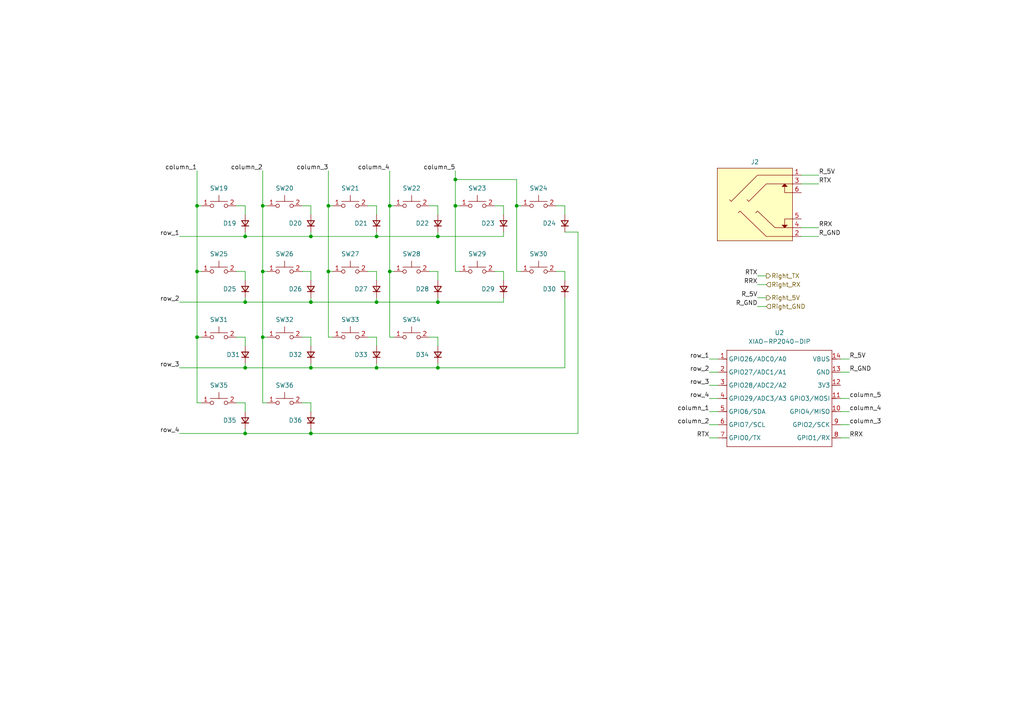
<source format=kicad_sch>
(kicad_sch (version 20250114) (generator "eeschema") (generator_version "9.0")
  (paper "A4")
  (lib_symbols
    (symbol "Seeed_Studio_XIAO_Series:XIAO-RP2040-DIP"
      (property "Reference" "U" (at 0 0 0))
      (property "Value" "XIAO-RP2040-DIP" (at 5.334 -1.778 0))
      (symbol "XIAO-RP2040-DIP_1_0"
        (polyline (pts (xy -1.27 -2.54) (xy 29.21 -2.54)) (stroke (width 0.1524)))
        (polyline (pts (xy -1.27 -5.08) (xy -2.54 -5.08)) (stroke (width 0.1524)))
        (polyline (pts (xy -1.27 -5.08) (xy -1.27 -2.54)) (stroke (width 0.1524)))
        (polyline (pts (xy -1.27 -8.89) (xy -2.54 -8.89)) (stroke (width 0.1524)))
        (polyline (pts (xy -1.27 -8.89) (xy -1.27 -5.08)) (stroke (width 0.1524)))
        (polyline (pts (xy -1.27 -12.7) (xy -2.54 -12.7)) (stroke (width 0.1524)))
        (polyline (pts (xy -1.27 -12.7) (xy -1.27 -8.89)) (stroke (width 0.1524)))
        (polyline (pts (xy -1.27 -16.51) (xy -2.54 -16.51)) (stroke (width 0.1524)))
        (polyline (pts (xy -1.27 -16.51) (xy -1.27 -12.7)) (stroke (width 0.1524)))
        (polyline (pts (xy -1.27 -20.32) (xy -2.54 -20.32)) (stroke (width 0.1524)))
        (polyline (pts (xy -1.27 -24.13) (xy -2.54 -24.13)) (stroke (width 0.1524)))
        (polyline (pts (xy -1.27 -27.94) (xy -2.54 -27.94)) (stroke (width 0.1524)))
        (polyline (pts (xy -1.27 -30.48) (xy -1.27 -16.51)) (stroke (width 0.1524)))
        (polyline (pts (xy 29.21 -2.54) (xy 29.21 -5.08)) (stroke (width 0.1524)))
        (polyline (pts (xy 29.21 -5.08) (xy 29.21 -8.89)) (stroke (width 0.1524)))
        (polyline (pts (xy 29.21 -8.89) (xy 29.21 -12.7)) (stroke (width 0.1524)))
        (polyline (pts (xy 29.21 -12.7) (xy 29.21 -30.48)) (stroke (width 0.1524)))
        (polyline (pts (xy 29.21 -30.48) (xy -1.27 -30.48)) (stroke (width 0.1524)))
        (polyline (pts (xy 30.48 -5.08) (xy 29.21 -5.08)) (stroke (width 0.1524)))
        (polyline (pts (xy 30.48 -8.89) (xy 29.21 -8.89)) (stroke (width 0.1524)))
        (polyline (pts (xy 30.48 -12.7) (xy 29.21 -12.7)) (stroke (width 0.1524)))
        (polyline (pts (xy 30.48 -16.51) (xy 29.21 -16.51)) (stroke (width 0.1524)))
        (polyline (pts (xy 30.48 -20.32) (xy 29.21 -20.32)) (stroke (width 0.1524)))
        (polyline (pts (xy 30.48 -24.13) (xy 29.21 -24.13)) (stroke (width 0.1524)))
        (polyline (pts (xy 30.48 -27.94) (xy 29.21 -27.94)) (stroke (width 0.1524)))
        (pin passive line (at -3.81 -5.08 0) (length 2.54) (name "GPIO26/ADC0/A0") (number "1"))
        (pin passive line (at -3.81 -8.89 0) (length 2.54) (name "GPIO27/ADC1/A1") (number "2"))
        (pin passive line (at -3.81 -12.7 0) (length 2.54) (name "GPIO28/ADC2/A2") (number "3"))
        (pin passive line (at -3.81 -16.51 0) (length 2.54) (name "GPIO29/ADC3/A3") (number "4"))
        (pin passive line (at -3.81 -20.32 0) (length 2.54) (name "GPIO6/SDA") (number "5"))
        (pin passive line (at -3.81 -24.13 0) (length 2.54) (name "GPIO7/SCL") (number "6"))
        (pin passive line (at -3.81 -27.94 0) (length 2.54) (name "GPIO0/TX") (number "7"))
        (pin passive line (at 31.75 -5.08 180) (length 2.54) (name "VBUS") (number "14"))
        (pin passive line (at 31.75 -8.89 180) (length 2.54) (name "GND") (number "13"))
        (pin passive line (at 31.75 -12.7 180) (length 2.54) (name "3V3") (number "12"))
        (pin passive line (at 31.75 -16.51 180) (length 2.54) (name "GPIO3/MOSI") (number "11"))
        (pin passive line (at 31.75 -20.32 180) (length 2.54) (name "GPIO4/MISO") (number "10"))
        (pin passive line (at 31.75 -24.13 180) (length 2.54) (name "GPIO2/SCK") (number "9"))
        (pin passive line (at 31.75 -27.94 180) (length 2.54) (name "GPIO1/RX") (number "8"))
      )
    )
    (symbol "benri-projects:CONNECTOR_TENSILITY_54-00176"
      (property "Reference" "J" (at 0 29.718 0))
      (symbol "CONNECTOR_TENSILITY_54-00176_0_1"
        (polyline (pts (xy -2.286 7.62) (xy -1.524 6.858) (xy -3.048 6.858) (xy -2.286 7.62)) (fill (type outline)))
        (polyline (pts (xy -2.286 -5.08) (xy -3.048 -4.318) (xy -1.524 -4.318) (xy -2.286 -5.08)) (fill (type outline)))
        (polyline (pts (xy 0 10.16) (xy -10.16 10.16) (xy -17.78 2.54) (xy -18.288 3.048)))
        (polyline (pts (xy 0 7.62) (xy -7.62 7.62) (xy -12.7 2.54) (xy -13.208 3.048)))
        (polyline (pts (xy 0 5.08) (xy -2.286 5.08) (xy -2.286 7.62)))
        (polyline (pts (xy 0 -2.54) (xy -2.286 -2.54) (xy -2.286 -5.08)))
        (polyline (pts (xy 0 -5.08) (xy -5.08 -5.08) (xy -10.16 -0.254) (xy -10.668 -0.762)))
        (polyline (pts (xy 0 -7.62) (xy -7.62 -7.62) (xy -15.24 -0.254) (xy -15.748 -0.762)))
      )
      (symbol "CONNECTOR_TENSILITY_54-00176_1_1"
        (rectangle (start -21.844 12.192) (end 0 -8.89) (fill (type background)))
        (pin passive line (at 2.54 10.16 180) (length 2.54) (name "") (number "1"))
        (pin passive line (at 2.54 7.62 180) (length 2.54) (name "") (number "3"))
        (pin passive line (at 2.54 5.08 180) (length 2.54) (name "") (number "6"))
        (pin passive line (at 2.54 -2.54 180) (length 2.54) (name "") (number "5"))
        (pin passive line (at 2.54 -5.08 180) (length 2.54) (name "") (number "4"))
        (pin passive line (at 2.54 -7.62 180) (length 2.54) (name "") (number "2"))
      )
    )
    (symbol "benri-projects:GENERIC_DIODE" (pin_numbers (hide yes)) (pin_names (offset 1.016) (hide yes))
      (property "Reference" "D" (at 0 2.54 0))
      (symbol "GENERIC_DIODE_0_1"
        (polyline (pts (xy -0.762 0) (xy 0.762 0)))
        (polyline (pts (xy -0.762 -1.016) (xy -0.762 1.016)) (stroke (width 0.254)))
        (polyline (pts (xy 0.762 -1.016) (xy -0.762 0) (xy 0.762 1.016) (xy 0.762 -1.016)) (stroke (width 0.254)))
      )
      (symbol "GENERIC_DIODE_1_1"
        (pin passive line (at -2.54 0 0) (length 1.778) (name "K") (number "1"))
        (pin passive line (at 2.54 0 180) (length 1.778) (name "A") (number "2"))
      )
    )
    (symbol "benri-projects:GENERIC_ELECTROMECHANICAL_PUSHBUTTON" (pin_names (offset 1.016) (hide yes))
      (property "Reference" "SW" (at 0 -2.54 0))
      (symbol "GENERIC_ELECTROMECHANICAL_PUSHBUTTON_0_1"
        (circle (center -2.032 0) (radius 0.508))
        (polyline (pts (xy 0 1.27) (xy 0 3.048)))
        (circle (center 2.032 0) (radius 0.508))
        (polyline (pts (xy 2.54 1.27) (xy -2.54 1.27)))
      )
      (symbol "GENERIC_ELECTROMECHANICAL_PUSHBUTTON_1_1"
        (pin passive line (at -5.08 0 0) (length 2.54) (name "2") (number "1"))
        (pin passive line (at 5.08 0 180) (length 2.54) (name "2") (number "2"))
      )
    )
  )
  (junction (at 132.08 52.07))
  (junction (at 76.2 97.79))
  (junction (at 71.12 68.58))
  (junction (at 71.12 125.73))
  (junction (at 127 68.58))
  (junction (at 57.15 97.79))
  (junction (at 71.12 87.63))
  (junction (at 109.22 87.63))
  (junction (at 76.2 59.69))
  (junction (at 76.2 78.74))
  (junction (at 57.15 78.74))
  (junction (at 109.22 106.68))
  (junction (at 95.25 78.74))
  (junction (at 95.25 59.69))
  (junction (at 90.17 106.68))
  (junction (at 113.03 59.69))
  (junction (at 57.15 59.69))
  (junction (at 90.17 87.63))
  (junction (at 127 87.63))
  (junction (at 90.17 125.73))
  (junction (at 71.12 106.68))
  (junction (at 109.22 68.58))
  (junction (at 127 106.68))
  (junction (at 149.86 59.69))
  (junction (at 132.08 59.69))
  (junction (at 113.03 78.74))
  (junction (at 90.17 68.58))
  (wire (pts (xy 161.29 78.74) (xy 163.83 78.74)))
  (wire (pts (xy 87.63 59.69) (xy 90.17 59.69)))
  (wire (pts (xy 57.15 78.74) (xy 58.42 78.74)))
  (wire (pts (xy 243.84 119.38) (xy 246.38 119.38)))
  (wire (pts (xy 76.2 59.69) (xy 76.2 78.74)))
  (wire (pts (xy 57.15 59.69) (xy 57.15 78.74)))
  (wire (pts (xy 113.03 78.74) (xy 114.3 78.74)))
  (wire (pts (xy 219.71 80.01) (xy 222.25 80.01)))
  (wire (pts (xy 71.12 87.63) (xy 71.12 86.36)))
  (wire (pts (xy 90.17 87.63) (xy 71.12 87.63)))
  (wire (pts (xy 90.17 116.84) (xy 90.17 119.38)))
  (wire (pts (xy 205.74 119.38) (xy 208.28 119.38)))
  (wire (pts (xy 71.12 125.73) (xy 90.17 125.73)))
  (wire (pts (xy 106.68 97.79) (xy 109.22 97.79)))
  (wire (pts (xy 127 68.58) (xy 109.22 68.58)))
  (wire (pts (xy 113.03 97.79) (xy 114.3 97.79)))
  (wire (pts (xy 90.17 125.73) (xy 167.64 125.73)))
  (wire (pts (xy 232.41 50.8) (xy 237.49 50.8)))
  (wire (pts (xy 163.83 106.68) (xy 127 106.68)))
  (wire (pts (xy 124.46 78.74) (xy 127 78.74)))
  (wire (pts (xy 132.08 52.07) (xy 149.86 52.07)))
  (wire (pts (xy 124.46 97.79) (xy 127 97.79)))
  (wire (pts (xy 71.12 124.46) (xy 71.12 125.73)))
  (wire (pts (xy 87.63 97.79) (xy 90.17 97.79)))
  (wire (pts (xy 127 97.79) (xy 127 100.33)))
  (wire (pts (xy 57.15 97.79) (xy 57.15 116.84)))
  (wire (pts (xy 90.17 106.68) (xy 71.12 106.68)))
  (wire (pts (xy 127 59.69) (xy 127 62.23)))
  (wire (pts (xy 113.03 59.69) (xy 114.3 59.69)))
  (wire (pts (xy 127 87.63) (xy 146.05 87.63)))
  (wire (pts (xy 205.74 107.95) (xy 208.28 107.95)))
  (wire (pts (xy 90.17 78.74) (xy 90.17 81.28)))
  (wire (pts (xy 143.51 78.74) (xy 146.05 78.74)))
  (wire (pts (xy 68.58 97.79) (xy 71.12 97.79)))
  (wire (pts (xy 87.63 78.74) (xy 90.17 78.74)))
  (wire (pts (xy 146.05 78.74) (xy 146.05 81.28)))
  (wire (pts (xy 243.84 115.57) (xy 246.38 115.57)))
  (wire (pts (xy 149.86 52.07) (xy 149.86 59.69)))
  (wire (pts (xy 143.51 59.69) (xy 146.05 59.69)))
  (wire (pts (xy 90.17 86.36) (xy 90.17 87.63)))
  (wire (pts (xy 205.74 127) (xy 208.28 127)))
  (wire (pts (xy 205.74 123.19) (xy 208.28 123.19)))
  (wire (pts (xy 95.25 97.79) (xy 96.52 97.79)))
  (wire (pts (xy 149.86 59.69) (xy 149.86 78.74)))
  (wire (pts (xy 161.29 59.69) (xy 163.83 59.69)))
  (wire (pts (xy 76.2 49.53) (xy 76.2 59.69)))
  (wire (pts (xy 76.2 59.69) (xy 77.47 59.69)))
  (wire (pts (xy 52.07 125.73) (xy 71.12 125.73)))
  (wire (pts (xy 109.22 86.36) (xy 109.22 87.63)))
  (wire (pts (xy 113.03 49.53) (xy 113.03 59.69)))
  (wire (pts (xy 127 78.74) (xy 127 81.28)))
  (wire (pts (xy 95.25 78.74) (xy 96.52 78.74)))
  (wire (pts (xy 76.2 97.79) (xy 76.2 116.84)))
  (wire (pts (xy 76.2 78.74) (xy 76.2 97.79)))
  (wire (pts (xy 87.63 116.84) (xy 90.17 116.84)))
  (wire (pts (xy 68.58 116.84) (xy 71.12 116.84)))
  (wire (pts (xy 57.15 59.69) (xy 58.42 59.69)))
  (wire (pts (xy 57.15 116.84) (xy 58.42 116.84)))
  (wire (pts (xy 57.15 97.79) (xy 58.42 97.79)))
  (wire (pts (xy 146.05 67.31) (xy 146.05 68.58)))
  (wire (pts (xy 243.84 107.95) (xy 246.38 107.95)))
  (wire (pts (xy 163.83 86.36) (xy 163.83 106.68)))
  (wire (pts (xy 243.84 127) (xy 246.38 127)))
  (wire (pts (xy 109.22 67.31) (xy 109.22 68.58)))
  (wire (pts (xy 109.22 68.58) (xy 90.17 68.58)))
  (wire (pts (xy 106.68 78.74) (xy 109.22 78.74)))
  (wire (pts (xy 243.84 123.19) (xy 246.38 123.19)))
  (wire (pts (xy 232.41 68.58) (xy 237.49 68.58)))
  (wire (pts (xy 109.22 106.68) (xy 90.17 106.68)))
  (wire (pts (xy 219.71 88.9) (xy 222.25 88.9)))
  (wire (pts (xy 95.25 78.74) (xy 95.25 97.79)))
  (wire (pts (xy 109.22 106.68) (xy 127 106.68)))
  (wire (pts (xy 127 105.41) (xy 127 106.68)))
  (wire (pts (xy 57.15 49.53) (xy 57.15 59.69)))
  (wire (pts (xy 68.58 78.74) (xy 71.12 78.74)))
  (wire (pts (xy 146.05 59.69) (xy 146.05 62.23)))
  (wire (pts (xy 90.17 105.41) (xy 90.17 106.68)))
  (wire (pts (xy 232.41 66.04) (xy 237.49 66.04)))
  (wire (pts (xy 109.22 97.79) (xy 109.22 100.33)))
  (wire (pts (xy 76.2 78.74) (xy 77.47 78.74)))
  (wire (pts (xy 95.25 49.53) (xy 95.25 59.69)))
  (wire (pts (xy 132.08 59.69) (xy 133.35 59.69)))
  (wire (pts (xy 167.64 125.73) (xy 167.64 67.31)))
  (wire (pts (xy 163.83 78.74) (xy 163.83 81.28)))
  (wire (pts (xy 132.08 59.69) (xy 132.08 78.74)))
  (wire (pts (xy 52.07 106.68) (xy 71.12 106.68)))
  (wire (pts (xy 243.84 104.14) (xy 246.38 104.14)))
  (wire (pts (xy 76.2 116.84) (xy 77.47 116.84)))
  (wire (pts (xy 109.22 59.69) (xy 109.22 62.23)))
  (wire (pts (xy 95.25 59.69) (xy 96.52 59.69)))
  (wire (pts (xy 71.12 78.74) (xy 71.12 81.28)))
  (wire (pts (xy 109.22 87.63) (xy 90.17 87.63)))
  (wire (pts (xy 90.17 68.58) (xy 71.12 68.58)))
  (wire (pts (xy 149.86 59.69) (xy 151.13 59.69)))
  (wire (pts (xy 146.05 86.36) (xy 146.05 87.63)))
  (wire (pts (xy 146.05 68.58) (xy 127 68.58)))
  (wire (pts (xy 90.17 59.69) (xy 90.17 62.23)))
  (wire (pts (xy 167.64 67.31) (xy 163.83 67.31)))
  (wire (pts (xy 90.17 125.73) (xy 90.17 124.46)))
  (wire (pts (xy 163.83 59.69) (xy 163.83 62.23)))
  (wire (pts (xy 90.17 67.31) (xy 90.17 68.58)))
  (wire (pts (xy 71.12 97.79) (xy 71.12 100.33)))
  (wire (pts (xy 132.08 78.74) (xy 133.35 78.74)))
  (wire (pts (xy 205.74 104.14) (xy 208.28 104.14)))
  (wire (pts (xy 232.41 53.34) (xy 237.49 53.34)))
  (wire (pts (xy 132.08 49.53) (xy 132.08 52.07)))
  (wire (pts (xy 109.22 105.41) (xy 109.22 106.68)))
  (wire (pts (xy 76.2 97.79) (xy 77.47 97.79)))
  (wire (pts (xy 149.86 78.74) (xy 151.13 78.74)))
  (wire (pts (xy 90.17 97.79) (xy 90.17 100.33)))
  (wire (pts (xy 219.71 82.55) (xy 222.25 82.55)))
  (wire (pts (xy 52.07 87.63) (xy 71.12 87.63)))
  (wire (pts (xy 71.12 116.84) (xy 71.12 119.38)))
  (wire (pts (xy 124.46 59.69) (xy 127 59.69)))
  (wire (pts (xy 113.03 78.74) (xy 113.03 97.79)))
  (wire (pts (xy 57.15 78.74) (xy 57.15 97.79)))
  (wire (pts (xy 113.03 59.69) (xy 113.03 78.74)))
  (wire (pts (xy 205.74 111.76) (xy 208.28 111.76)))
  (wire (pts (xy 109.22 87.63) (xy 127 87.63)))
  (wire (pts (xy 52.07 68.58) (xy 71.12 68.58)))
  (wire (pts (xy 95.25 59.69) (xy 95.25 78.74)))
  (wire (pts (xy 68.58 59.69) (xy 71.12 59.69)))
  (wire (pts (xy 109.22 78.74) (xy 109.22 81.28)))
  (wire (pts (xy 132.08 52.07) (xy 132.08 59.69)))
  (wire (pts (xy 219.71 86.36) (xy 222.25 86.36)))
  (wire (pts (xy 127 86.36) (xy 127 87.63)))
  (wire (pts (xy 205.74 115.57) (xy 208.28 115.57)))
  (wire (pts (xy 106.68 59.69) (xy 109.22 59.69)))
  (wire (pts (xy 71.12 68.58) (xy 71.12 67.31)))
  (wire (pts (xy 71.12 59.69) (xy 71.12 62.23)))
  (wire (pts (xy 127 67.31) (xy 127 68.58)))
  (wire (pts (xy 71.12 106.68) (xy 71.12 105.41)))
  (label "RRX" (at 237.49 66.04 0))
  (label "row_4" (at 205.74 115.57 180))
  (label "column_1" (at 57.15 49.53 180))
  (label "R_GND" (at 219.71 88.9 180))
  (label "row_1" (at 205.74 104.14 180))
  (label "R_GND" (at 246.38 107.95 0))
  (label "RRX" (at 246.38 127 0))
  (label "column_2" (at 205.74 123.19 180))
  (label "RRX" (at 219.71 82.55 180))
  (label "column_5" (at 132.08 49.53 180))
  (label "column_4" (at 113.03 49.53 180))
  (label "R_5V" (at 246.38 104.14 0))
  (label "row_2" (at 52.07 87.63 180))
  (label "RTX" (at 219.71 80.01 180))
  (label "column_5" (at 246.38 115.57 0))
  (label "column_3" (at 95.25 49.53 180))
  (label "R_GND" (at 237.49 68.58 0))
  (label "column_4" (at 246.38 119.38 0))
  (label "column_3" (at 246.38 123.19 0))
  (label "RTX" (at 237.49 53.34 0))
  (label "R_5V" (at 237.49 50.8 0))
  (label "R_5V" (at 219.71 86.36 180))
  (label "row_3" (at 205.74 111.76 180))
  (label "row_1" (at 52.07 68.58 180))
  (label "row_2" (at 205.74 107.95 180))
  (label "column_1" (at 205.74 119.38 180))
  (label "row_4" (at 52.07 125.73 180))
  (label "RTX" (at 205.74 127 180))
  (label "row_3" (at 52.07 106.68 180))
  (label "column_2" (at 76.2 49.53 180))
  (hierarchical_label "Right_GND" (shape input) (at 222.25 88.9 0))
  (hierarchical_label "Right_TX" (shape output) (at 222.25 80.01 0))
  (hierarchical_label "Right_5V" (shape output) (at 222.25 86.36 0))
  (hierarchical_label "Right_RX" (shape input) (at 222.25 82.55 0))
  (symbol (lib_id "benri-projects:GENERIC_ELECTROMECHANICAL_PUSHBUTTON") (at 138.43 78.74 0) (unit 1)
    (property "Reference" "SW29" (at 138.43 73.66 0))
    (property "Value" "GENERIC_ELECTROMECHANICAL_PUSHBUTTON" (effects (hide yes)))
    (property "Footprint" "benri-projects:GATEREON_KS-2P02B01-01-a_R" (effects (hide yes)))
  )
  (symbol (lib_id "benri-projects:GENERIC_DIODE") (at 127 83.82 270) (mirror x) (unit 1)
    (property "Reference" "D28" (at 124.46 83.8199 90) (effects (justify right)))
    (property "Value" "Val" (effects (hide yes)))
    (property "Footprint" "benri-projects:DIODES_SOD232_R" (effects (hide yes)))
    (property "Description" "Diode" (effects (hide yes)))
  )
  (symbol (lib_id "benri-projects:GENERIC_DIODE") (at 163.83 64.77 270) (mirror x) (unit 1)
    (property "Reference" "D24" (at 161.29 64.7699 90) (effects (justify right)))
    (property "Value" "Val" (effects (hide yes)))
    (property "Footprint" "benri-projects:DIODES_SOD232_R" (effects (hide yes)))
    (property "Description" "Diode" (effects (hide yes)))
  )
  (symbol (lib_id "benri-projects:GENERIC_ELECTROMECHANICAL_PUSHBUTTON") (at 63.5 116.84 0) (unit 1)
    (property "Reference" "SW35" (at 63.5 111.76 0))
    (property "Value" "GENERIC_ELECTROMECHANICAL_PUSHBUTTON" (effects (hide yes)))
    (property "Footprint" "benri-projects:GATEREON_KS-2P02B01-01-a_R" (effects (hide yes)))
  )
  (symbol (lib_id "benri-projects:GENERIC_ELECTROMECHANICAL_PUSHBUTTON") (at 63.5 97.79 0) (unit 1)
    (property "Reference" "SW31" (at 63.5 92.71 0))
    (property "Value" "GENERIC_ELECTROMECHANICAL_PUSHBUTTON" (effects (hide yes)))
    (property "Footprint" "benri-projects:GATEREON_KS-2P02B01-01-a_R" (effects (hide yes)))
  )
  (symbol (lib_id "benri-projects:GENERIC_ELECTROMECHANICAL_PUSHBUTTON") (at 156.21 78.74 0) (unit 1)
    (property "Reference" "SW30" (at 156.21 73.66 0))
    (property "Value" "GENERIC_ELECTROMECHANICAL_PUSHBUTTON" (effects (hide yes)))
    (property "Footprint" "benri-projects:GATEREON_KS-2P02B01-01-a_R" (effects (hide yes)))
  )
  (symbol (lib_id "benri-projects:GENERIC_DIODE") (at 146.05 64.77 270) (mirror x) (unit 1)
    (property "Reference" "D23" (at 143.51 64.7699 90) (effects (justify right)))
    (property "Value" "Val" (effects (hide yes)))
    (property "Footprint" "benri-projects:DIODES_SOD232_R" (effects (hide yes)))
    (property "Description" "Diode" (effects (hide yes)))
  )
  (symbol (lib_id "benri-projects:GENERIC_ELECTROMECHANICAL_PUSHBUTTON") (at 101.6 97.79 0) (unit 1)
    (property "Reference" "SW33" (at 101.6 92.71 0))
    (property "Value" "GENERIC_ELECTROMECHANICAL_PUSHBUTTON" (effects (hide yes)))
    (property "Footprint" "benri-projects:GATEREON_KS-2P02B01-01-a_R" (effects (hide yes)))
  )
  (symbol (lib_id "benri-projects:GENERIC_ELECTROMECHANICAL_PUSHBUTTON") (at 156.21 59.69 0) (unit 1)
    (property "Reference" "SW24" (at 156.21 54.61 0))
    (property "Value" "GENERIC_ELECTROMECHANICAL_PUSHBUTTON" (effects (hide yes)))
    (property "Footprint" "benri-projects:GATEREON_KS-2P02B01-01-a_R" (effects (hide yes)))
  )
  (symbol (lib_id "benri-projects:GENERIC_ELECTROMECHANICAL_PUSHBUTTON") (at 82.55 78.74 0) (unit 1)
    (property "Reference" "SW26" (at 82.55 73.66 0))
    (property "Value" "GENERIC_ELECTROMECHANICAL_PUSHBUTTON" (effects (hide yes)))
    (property "Footprint" "benri-projects:GATEREON_KS-2P02B01-01-a_R" (effects (hide yes)))
  )
  (symbol (lib_id "benri-projects:GENERIC_DIODE") (at 71.12 64.77 270) (mirror x) (unit 1)
    (property "Reference" "D19" (at 68.58 64.7699 90) (effects (justify right)))
    (property "Value" "Val" (effects (hide yes)))
    (property "Footprint" "benri-projects:DIODES_SOD232_R" (effects (hide yes)))
    (property "Description" "Diode" (effects (hide yes)))
  )
  (symbol (lib_id "benri-projects:GENERIC_ELECTROMECHANICAL_PUSHBUTTON") (at 119.38 59.69 0) (unit 1)
    (property "Reference" "SW22" (at 119.38 54.61 0))
    (property "Value" "GENERIC_ELECTROMECHANICAL_PUSHBUTTON" (effects (hide yes)))
    (property "Footprint" "benri-projects:GATEREON_KS-2P02B01-01-a_R" (effects (hide yes)))
  )
  (symbol (lib_id "benri-projects:GENERIC_DIODE") (at 90.17 121.92 270) (mirror x) (unit 1)
    (property "Reference" "D36" (at 87.63 121.9199 90) (effects (justify right)))
    (property "Value" "Val" (effects (hide yes)))
    (property "Footprint" "benri-projects:DIODES_SOD232_R" (effects (hide yes)))
    (property "Description" "Diode" (effects (hide yes)))
  )
  (symbol (lib_id "benri-projects:GENERIC_ELECTROMECHANICAL_PUSHBUTTON") (at 63.5 59.69 0) (unit 1)
    (property "Reference" "SW19" (at 63.5 54.61 0))
    (property "Value" "GENERIC_ELECTROMECHANICAL_PUSHBUTTON" (effects (hide yes)))
    (property "Footprint" "benri-projects:GATEREON_KS-2P02B01-01-a_R" (effects (hide yes)))
  )
  (symbol (lib_id "benri-projects:GENERIC_DIODE") (at 90.17 102.87 270) (mirror x) (unit 1)
    (property "Reference" "D32" (at 87.63 102.8699 90) (effects (justify right)))
    (property "Value" "Val" (effects (hide yes)))
    (property "Footprint" "benri-projects:DIODES_SOD232_R" (effects (hide yes)))
    (property "Description" "Diode" (effects (hide yes)))
  )
  (symbol (lib_id "benri-projects:GENERIC_DIODE") (at 90.17 64.77 270) (mirror x) (unit 1)
    (property "Reference" "D20" (at 87.63 64.7699 90) (effects (justify right)))
    (property "Value" "Val" (effects (hide yes)))
    (property "Footprint" "benri-projects:DIODES_SOD232_R" (effects (hide yes)))
    (property "Description" "Diode" (effects (hide yes)))
  )
  (symbol (lib_id "benri-projects:GENERIC_DIODE") (at 109.22 64.77 270) (mirror x) (unit 1)
    (property "Reference" "D21" (at 106.68 64.7699 90) (effects (justify right)))
    (property "Value" "Val" (effects (hide yes)))
    (property "Footprint" "benri-projects:DIODES_SOD232_R" (effects (hide yes)))
    (property "Description" "Diode" (effects (hide yes)))
  )
  (symbol (lib_id "benri-projects:GENERIC_ELECTROMECHANICAL_PUSHBUTTON") (at 119.38 97.79 0) (unit 1)
    (property "Reference" "SW34" (at 119.38 92.71 0))
    (property "Value" "GENERIC_ELECTROMECHANICAL_PUSHBUTTON" (effects (hide yes)))
    (property "Footprint" "benri-projects:GATEREON_KS-2P02B01-01-a_R" (effects (hide yes)))
  )
  (symbol (lib_id "benri-projects:GENERIC_DIODE") (at 109.22 83.82 270) (mirror x) (unit 1)
    (property "Reference" "D27" (at 106.68 83.8199 90) (effects (justify right)))
    (property "Value" "Val" (effects (hide yes)))
    (property "Footprint" "benri-projects:DIODES_SOD232_R" (effects (hide yes)))
    (property "Description" "Diode" (effects (hide yes)))
  )
  (symbol (lib_id "benri-projects:GENERIC_ELECTROMECHANICAL_PUSHBUTTON") (at 82.55 97.79 0) (unit 1)
    (property "Reference" "SW32" (at 82.55 92.71 0))
    (property "Value" "GENERIC_ELECTROMECHANICAL_PUSHBUTTON" (effects (hide yes)))
    (property "Footprint" "benri-projects:GATEREON_KS-2P02B01-01-a_R" (effects (hide yes)))
  )
  (symbol (lib_id "benri-projects:GENERIC_ELECTROMECHANICAL_PUSHBUTTON") (at 138.43 59.69 0) (unit 1)
    (property "Reference" "SW23" (at 138.43 54.61 0))
    (property "Value" "GENERIC_ELECTROMECHANICAL_PUSHBUTTON" (effects (hide yes)))
    (property "Footprint" "benri-projects:GATEREON_KS-2P02B01-01-a_R" (effects (hide yes)))
  )
  (symbol (lib_id "benri-projects:GENERIC_DIODE") (at 71.12 102.87 270) (mirror x) (unit 1)
    (property "Reference" "D31" (at 69.596 102.87 90) (effects (justify right)))
    (property "Value" "Val" (effects (hide yes)))
    (property "Footprint" "benri-projects:DIODES_SOD232_R" (effects (hide yes)))
    (property "Description" "Diode" (effects (hide yes)))
  )
  (symbol (lib_id "benri-projects:GENERIC_DIODE") (at 90.17 83.82 270) (mirror x) (unit 1)
    (property "Reference" "D26" (at 87.63 83.8199 90) (effects (justify right)))
    (property "Value" "Val" (effects (hide yes)))
    (property "Footprint" "benri-projects:DIODES_SOD232_R" (effects (hide yes)))
    (property "Description" "Diode" (effects (hide yes)))
  )
  (symbol (lib_id "Seeed_Studio_XIAO_Series:XIAO-RP2040-DIP") (at 212.09 99.06 0) (unit 1)
    (property "Reference" "U2" (at 226.06 96.52 0))
    (property "Value" "XIAO-RP2040-DIP" (at 226.06 99.06 0))
    (property "Footprint" "Seeed Studio XIAO Series Library:XIAO-RP2040-DIP" (effects (hide yes)))
  )
  (symbol (lib_id "benri-projects:GENERIC_DIODE") (at 163.83 83.82 270) (mirror x) (unit 1)
    (property "Reference" "D30" (at 161.29 83.8199 90) (effects (justify right)))
    (property "Value" "Val" (effects (hide yes)))
    (property "Footprint" "benri-projects:DIODES_SOD232_R" (effects (hide yes)))
    (property "Description" "Diode" (effects (hide yes)))
  )
  (symbol (lib_id "benri-projects:GENERIC_DIODE") (at 127 102.87 270) (mirror x) (unit 1)
    (property "Reference" "D34" (at 124.46 102.8699 90) (effects (justify right)))
    (property "Value" "Val" (effects (hide yes)))
    (property "Footprint" "benri-projects:DIODES_SOD232_R" (effects (hide yes)))
    (property "Description" "Diode" (effects (hide yes)))
  )
  (symbol (lib_id "benri-projects:GENERIC_ELECTROMECHANICAL_PUSHBUTTON") (at 101.6 59.69 0) (unit 1)
    (property "Reference" "SW21" (at 101.6 54.61 0))
    (property "Value" "GENERIC_ELECTROMECHANICAL_PUSHBUTTON" (effects (hide yes)))
    (property "Footprint" "benri-projects:GATEREON_KS-2P02B01-01-a_R" (effects (hide yes)))
  )
  (symbol (lib_id "benri-projects:GENERIC_DIODE") (at 109.22 102.87 270) (mirror x) (unit 1)
    (property "Reference" "D33" (at 106.68 102.8699 90) (effects (justify right)))
    (property "Value" "Val" (effects (hide yes)))
    (property "Footprint" "benri-projects:DIODES_SOD232_R" (effects (hide yes)))
    (property "Description" "Diode" (effects (hide yes)))
  )
  (symbol (lib_id "benri-projects:GENERIC_ELECTROMECHANICAL_PUSHBUTTON") (at 82.55 59.69 0) (unit 1)
    (property "Reference" "SW20" (at 82.55 54.61 0))
    (property "Value" "GENERIC_ELECTROMECHANICAL_PUSHBUTTON" (effects (hide yes)))
    (property "Footprint" "benri-projects:GATEREON_KS-2P02B01-01-a_R" (effects (hide yes)))
  )
  (symbol (lib_id "benri-projects:GENERIC_DIODE") (at 146.05 83.82 270) (mirror x) (unit 1)
    (property "Reference" "D29" (at 143.51 83.8199 90) (effects (justify right)))
    (property "Value" "Val" (effects (hide yes)))
    (property "Footprint" "benri-projects:DIODES_SOD232_R" (effects (hide yes)))
    (property "Description" "Diode" (effects (hide yes)))
  )
  (symbol (lib_id "benri-projects:GENERIC_DIODE") (at 127 64.77 270) (mirror x) (unit 1)
    (property "Reference" "D22" (at 124.46 64.7699 90) (effects (justify right)))
    (property "Value" "Val" (effects (hide yes)))
    (property "Footprint" "benri-projects:DIODES_SOD232_R" (effects (hide yes)))
    (property "Description" "Diode" (effects (hide yes)))
  )
  (symbol (lib_id "benri-projects:GENERIC_ELECTROMECHANICAL_PUSHBUTTON") (at 119.38 78.74 0) (unit 1)
    (property "Reference" "SW28" (at 119.38 73.66 0))
    (property "Value" "GENERIC_ELECTROMECHANICAL_PUSHBUTTON" (effects (hide yes)))
    (property "Footprint" "benri-projects:GATEREON_KS-2P02B01-01-a_R" (effects (hide yes)))
  )
  (symbol (lib_id "benri-projects:GENERIC_ELECTROMECHANICAL_PUSHBUTTON") (at 101.6 78.74 0) (unit 1)
    (property "Reference" "SW27" (at 101.6 73.66 0))
    (property "Value" "GENERIC_ELECTROMECHANICAL_PUSHBUTTON" (effects (hide yes)))
    (property "Footprint" "benri-projects:GATEREON_KS-2P02B01-01-a_R" (effects (hide yes)))
  )
  (symbol (lib_id "benri-projects:GENERIC_DIODE") (at 71.12 83.82 270) (mirror x) (unit 1)
    (property "Reference" "D25" (at 68.58 83.8199 90) (effects (justify right)))
    (property "Value" "Val" (effects (hide yes)))
    (property "Footprint" "benri-projects:DIODES_SOD232_R" (effects (hide yes)))
    (property "Description" "Diode" (effects (hide yes)))
  )
  (symbol (lib_id "benri-projects:GENERIC_ELECTROMECHANICAL_PUSHBUTTON") (at 63.5 78.74 0) (unit 1)
    (property "Reference" "SW25" (at 63.5 73.66 0))
    (property "Value" "GENERIC_ELECTROMECHANICAL_PUSHBUTTON" (effects (hide yes)))
    (property "Footprint" "benri-projects:GATEREON_KS-2P02B01-01-a_R" (effects (hide yes)))
  )
  (symbol (lib_id "benri-projects:GENERIC_DIODE") (at 71.12 121.92 270) (mirror x) (unit 1)
    (property "Reference" "D35" (at 68.58 121.9199 90) (effects (justify right)))
    (property "Value" "Val" (effects (hide yes)))
    (property "Footprint" "benri-projects:DIODES_SOD232_R" (effects (hide yes)))
    (property "Description" "Diode" (effects (hide yes)))
  )
  (symbol (lib_id "benri-projects:GENERIC_ELECTROMECHANICAL_PUSHBUTTON") (at 82.55 116.84 0) (unit 1)
    (property "Reference" "SW36" (at 82.55 111.76 0))
    (property "Value" "GENERIC_ELECTROMECHANICAL_PUSHBUTTON" (effects (hide yes)))
    (property "Footprint" "benri-projects:GATEREON_KS-2P02B01-01-a_R" (effects (hide yes)))
  )
  (symbol (lib_id "benri-projects:CONNECTOR_TENSILITY_54-00176") (at 229.87 60.96 0) (unit 1)
    (property "Reference" "J2" (at 218.948 46.99 0))
    (property "Footprint" "benri-projects:TENSILITY_54-00176_R" (effects (hide yes)))
    (property "Datasheet" "https://tensility.s3.us-west-2.amazonaws.com/uploads/pdffiles/54-00176.pdf" (effects (hide yes)))
    (property "Description" "TRRS TR-SWITCHEDm 4C audio jack 3.5xL14 mm thru hole gold plated" (effects (hide yes)))
  )
)
</source>
